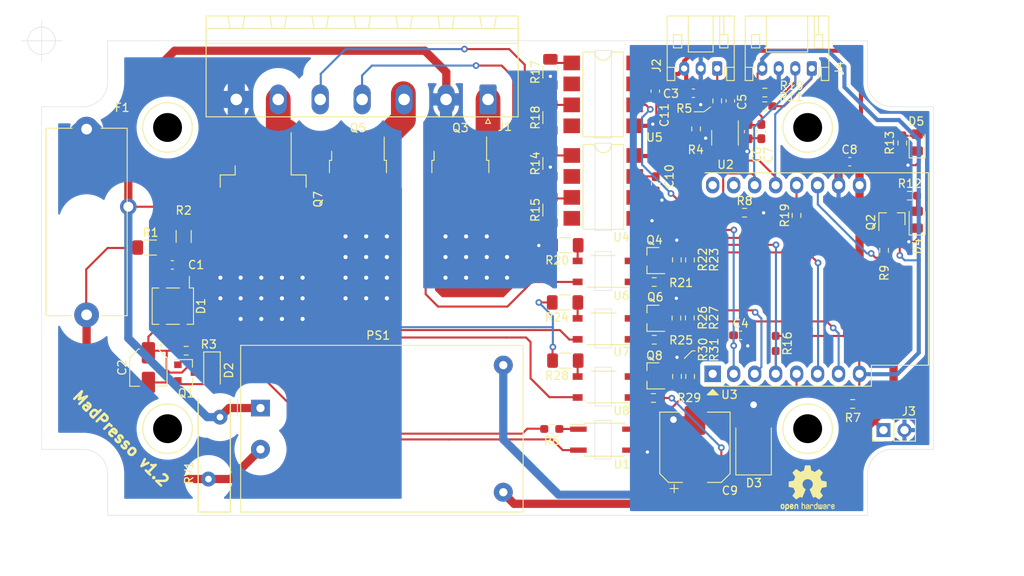
<source format=kicad_pcb>
(kicad_pcb (version 20201116) (generator pcbnew)
  (title_block (title "MadPresso") (date "2020-12-05") (rev "1.2"))
  (layers (0 "F.Cu" signal) (31 "B.Cu" signal) (34 "B.Paste" user) (35 "F.Paste" user) (36 "B.SilkS" user "B.Silkscreen") (37 "F.SilkS" user "F.Silkscreen") (38 "B.Mask" user) (39 "F.Mask" user) (44 "Edge.Cuts" user))
  (net 0 "")
  (net 1 "GND")
  (net 2 "VCC")
  (net 3 "Net-(R8-Pad1)")
  (net 4 "Net-(R6-Pad1)")
  (net 5 "Net-(R29-Pad1)")
  (net 6 "Net-(Q5-Pad3)")
  (net 7 "Net-(R28-Pad1)")
  (net 8 "+5V")
  (net 9 "Net-(R21-Pad1)")
  (net 10 "Net-(R20-Pad1)")
  (net 11 "Net-(R18-Pad2)")
  (net 12 "Net-(R17-Pad2)")
  (net 13 "Net-(R15-Pad2)")
  (net 14 "Net-(R14-Pad2)")
  (net 15 "Net-(Q8-Pad3)")
  (net 16 "Net-(Q8-Pad1)")
  (net 17 "Net-(Q7-Pad3)")
  (net 18 "Net-(Q4-Pad3)")
  (net 19 "Net-(Q4-Pad1)")
  (net 20 "Net-(Q3-Pad3)")
  (net 21 "Net-(Q2-Pad3)")
  (net 22 "Net-(Q2-Pad1)")
  (net 23 "Net-(Q1-Pad3)")
  (net 24 "Net-(Q6-Pad3)")
  (net 25 "Net-(D5-Pad2)")
  (net 26 "Net-(D4-Pad2)")
  (net 27 "Net-(R24-Pad1)")
  (net 28 "Net-(D1-Pad4)")
  (net 29 "Net-(C5-Pad1)")
  (net 30 "Net-(C2-Pad2)")
  (net 31 "Net-(C2-Pad1)")
  (net 32 "Net-(C11-Pad1)")
  (net 33 "Net-(C10-Pad1)")
  (net 34 "Net-(C1-Pad2)")
  (net 35 "Net-(C1-Pad1)")
  (net 36 "NEUT")
  (net 37 "LINE")
  (net 38 "/ZC_DETECT")
  (net 39 "/VALVE_TRIAC")
  (net 40 "/VALVE")
  (net 41 "/TEMP_SENSOR")
  (net 42 "/STEAM_SW")
  (net 43 "/STEAM_SENSOR")
  (net 44 "Net-(Q6-Pad1)")
  (net 45 "/SHOT_SW")
  (net 46 "/SHOT_SENSOR")
  (net 47 "/SDA")
  (net 48 "/SCL")
  (net 49 "/PUMP_TRIAC")
  (net 50 "/PUMP")
  (net 51 "Net-(R25-Pad1)")
  (net 52 "/LINE_FUSED")
  (net 53 "/LED")
  (net 54 "/HEATER_TRIAC")
  (net 55 "/HEATER")
  (net 56 "/ADC")
  (footprint "Package_TO_SOT_SMD:TO-263-2" (layer "F.Cu") (at 26.825 19.2 -90)
    (fp_text reference "Q7")
    (fp_text value "T835-600B")
  )
  (footprint "Package_TO_SOT_SMD:TO-252-2" (layer "F.Cu") (at 50.7 16.95 -90)
    (fp_text reference "Q3")
    (fp_text value "T835-600B")
  )
  (footprint "Resistor_SMD:R_0603_1608Metric_Pad0.98x0.95mm_HandSolder" (layer "F.Cu") (at 76.93 40.67 90)
    (fp_text reference "R30")
    (fp_text value "10k")
  )
  (footprint "Resistor_SMD:R_0603_1608Metric_Pad0.98x0.95mm_HandSolder" (layer "F.Cu") (at 78.52 40.67 -90)
    (fp_text reference "R31")
    (fp_text value "1k")
  )
  (footprint "Resistor_SMD:R_0603_1608Metric_Pad0.98x0.95mm_HandSolder" (layer "F.Cu") (at 76.91 26.54 90)
    (fp_text reference "R22")
    (fp_text value "10k")
  )
  (footprint "Resistor_SMD:R_1206_3216Metric_Pad1.30x1.75mm_HandSolder" (layer "F.Cu") (at 63.4125 24.77 180)
    (fp_text reference "R20")
    (fp_text value "360R/0.5W")
  )
  (footprint "Package_TO_SOT_SMD:SOT-23" (layer "F.Cu") (at 74.05 26.63 180)
    (fp_text reference "Q4")
    (fp_text value "2N7002")
  )
  (footprint "Package_SO:MFSOP6-4_4.4x3.6mm_P1.27mm" (layer "F.Cu") (at 68.05 27.94 180)
    (fp_text reference "U6")
    (fp_text value "TLP160G")
  )
  (footprint "Resistor_SMD:R_0603_1608Metric_Pad0.98x0.95mm_HandSolder" (layer "F.Cu") (at 78.5 26.55 -90)
    (fp_text reference "R23")
    (fp_text value "1k")
  )
  (footprint "Package_SO:MFSOP6-4_4.4x3.6mm_P1.27mm" (layer "F.Cu") (at 68.05 41.95 180)
    (fp_text reference "U8")
    (fp_text value "TLP160G")
  )
  (footprint "Resistor_SMD:R_1206_3216Metric_Pad1.30x1.75mm_HandSolder" (layer "F.Cu") (at 63.4125 38.75 180)
    (fp_text reference "R28")
    (fp_text value "360R/0.5W")
  )
  (footprint "Resistor_SMD:R_0603_1608Metric_Pad0.98x0.95mm_HandSolder" (layer "F.Cu") (at 74.07 43.28)
    (fp_text reference "R29")
    (fp_text value "360R")
  )
  (footprint "Resistor_SMD:R_0603_1608Metric_Pad0.98x0.95mm_HandSolder" (layer "F.Cu") (at 74.175 29.23)
    (fp_text reference "R21")
    (fp_text value "360R")
  )
  (footprint "Package_TO_SOT_SMD:SOT-23" (layer "F.Cu") (at 74.05 40.6 180)
    (fp_text reference "Q8")
    (fp_text value "2N7002")
  )
  (footprint "Diode_SMD:D_SMB" (layer "F.Cu") (at 86.2 49.05 90)
    (fp_text reference "D3")
    (fp_text value "SMBJ7.0A")
  )
  (footprint "Package_TO_SOT_SMD:SOT-23" (layer "F.Cu") (at 74.05 33.62 180)
    (fp_text reference "Q6")
    (fp_text value "2N7002")
  )
  (footprint "Package_SO:MFSOP6-4_4.4x3.6mm_P1.27mm" (layer "F.Cu") (at 68.05 34.9 180)
    (fp_text reference "U7")
    (fp_text value "TLP160G")
  )
  (footprint "Resistor_SMD:R_0603_1608Metric_Pad0.98x0.95mm_HandSolder" (layer "F.Cu") (at 76.86 33.59 90)
    (fp_text reference "R26")
    (fp_text value "10k")
  )
  (footprint "Resistor_SMD:R_1206_3216Metric_Pad1.30x1.75mm_HandSolder" (layer "F.Cu") (at 63.375002 31.7 180)
    (fp_text reference "R24")
    (fp_text value "360R/0.5W")
  )
  (footprint "Resistor_SMD:R_0603_1608Metric_Pad0.98x0.95mm_HandSolder" (layer "F.Cu") (at 78.48 33.575 -90)
    (fp_text reference "R27")
    (fp_text value "1k")
  )
  (footprint "Resistor_SMD:R_0603_1608Metric_Pad0.98x0.95mm_HandSolder" (layer "F.Cu") (at 74.175 36.22)
    (fp_text reference "R25")
    (fp_text value "360R")
  )
  (footprint "Connector_Phoenix_MSTB:PhoenixContact_MSTBA_2,5_7-G-5,08_1x07_P5.08mm_Horizontal" (layer "F.Cu") (at 54.05 7.1 180)
    (fp_text reference "J1")
    (fp_text value "Conn_01x07")
  )
  (footprint "Capacitor_SMD:C_0603_1608Metric_Pad1.08x0.95mm_HandSolder" (layer "F.Cu") (at 15.83 27.15)
    (fp_text reference "C1")
    (fp_text value "1nF")
  )
  (footprint "Resistor_SMD:R_0603_1608Metric_Pad0.98x0.95mm_HandSolder" (layer "F.Cu") (at 98.2 44)
    (fp_text reference "R7")
    (fp_text value "4k7")
  )
  (footprint "Diode_SMD:D_SOD-123" (layer "F.Cu") (at 20.63 39.95 -90)
    (fp_text reference "D2")
    (fp_text value "1N4148W")
  )
  (footprint "Package_TO_SOT_SMD:SOT-23" (layer "F.Cu") (at 17.5 40.2)
    (fp_text reference "Q1")
    (fp_text value "BC847")
  )
  (footprint "Resistor_SMD:R_1206_3216Metric_Pad1.30x1.75mm_HandSolder" (layer "F.Cu") (at 17.2 23.71 -90)
    (fp_text reference "R2")
    (fp_text value "220k")
  )
  (footprint "Resistor_SMD:R_1206_3216Metric_Pad1.30x1.75mm_HandSolder" (layer "F.Cu") (at 13.19 25.05)
    (fp_text reference "R1")
    (fp_text value "220k")
  )
  (footprint "Package_SO:SO-4_4.4x3.6mm_P2.54mm" (layer "F.Cu") (at 68.145 48.33)
    (fp_text reference "U1")
    (fp_text value "LTV-356T")
  )
  (footprint "Varistor:RV_Disc_D15.5mm_W3.9mm_P7.5mm" (layer "F.Cu") (at 21.6 45.6 -90)
    (fp_text reference "RV1")
    (fp_text value "S14K350")
  )
  (footprint "Resistor_SMD:R_0603_1608Metric_Pad0.98x0.95mm_HandSolder" (layer "F.Cu") (at 17.505 37.55 180)
    (fp_text reference "R3")
    (fp_text value "22k")
  )
  (footprint "Capacitor_SMD:CP_Elec_8x10" (layer "F.Cu") (at 79.1 49.25 90)
    (fp_text reference "C9")
    (fp_text value "150uF")
  )
  (footprint "Package_TO_SOT_SMD:TO-252-2" (layer "F.Cu") (at 38.3 16.95 -90)
    (fp_text reference "Q5")
    (fp_text value "T835-600B")
  )
  (footprint "Capacitor_SMD:CP_Elec_4x5.8" (layer "F.Cu") (at 12.929999 39.6 -90)
    (fp_text reference "C2")
    (fp_text value "10uF")
  )
  (footprint "Resistor_SMD:R_0603_1608Metric_Pad0.98x0.95mm_HandSolder" (layer "F.Cu") (at 61.77 47.03 180)
    (fp_text reference "R6")
    (fp_text value "1k")
  )
  (footprint "Fiducial:Fiducial_0.5mm_Mask1mm" (layer "F.Cu") (at 10.5 2.4)
    (fp_text reference "FID1" hide)
    (fp_text value "Fiducial" hide)
  )
  (footprint "Fiducial:Fiducial_0.5mm_Mask1mm" (layer "F.Cu") (at 10.5 55)
    (fp_text reference "FID2" hide)
    (fp_text value "Fiducial" hide)
  )
  (footprint "Resistor_SMD:R_0603_1608Metric_Pad0.98x0.95mm_HandSolder" (layer "F.Cu") (at 91.4 21.1575 90)
    (fp_text reference "R19")
    (fp_text value "330")
  )
  (footprint "Resistor_SMD:R_1206_3216Metric_Pad1.30x1.75mm_HandSolder" (layer "F.Cu") (at 61.6 9.3 90)
    (fp_text reference "R18")
    (fp_text value "33k/0.5W")
  )
  (footprint "Capacitor_SMD:C_0603_1608Metric_Pad1.08x0.95mm_HandSolder" (layer "F.Cu") (at 83.39 7.275 -90)
    (fp_text reference "C5")
    (fp_text value "100nF")
  )
  (footprint "Connector_JST:JST_PH_S4B-PH-K_1x04_P2.00mm_Horizontal" (layer "F.Cu") (at 93.25 3.35 180)
    (fp_text reference "J4")
    (fp_text value "Conn_01x04")
  )
  (footprint "Capacitor_SMD:C_0603_1608Metric_Pad1.08x0.95mm_HandSolder" (layer "F.Cu") (at 84.64 35.68)
    (fp_text reference "C4")
    (fp_text value "DNP")
  )
  (footprint "LED_SMD:LED_0805_2012Metric_Pad1.15x1.40mm_HandSolder" (layer "F.Cu") (at 106 21.675 90)
    (fp_text reference "D4")
    (fp_text value "LED")
  )
  (footprint "Converter_ACDC:Converter_ACDC_HiLink_HLK-PMxx" (layer "F.Cu") (at 26.5 44.5)
    (fp_text reference "PS1")
    (fp_text value "HLK-PM01")
  )
  (footprint "Connector_PinHeader_2.54mm:PinHeader_1x02_P2.54mm_Vertical" (layer "F.Cu") (at 101.93 47.17 90)
    (fp_text reference "J3")
    (fp_text value "Conn_01x02")
  )
  (footprint "Connector_JST:JST_PH_S3B-PH-K_1x03_P2.00mm_Horizontal" (layer "F.Cu") (at 81.8 3.35 180)
    (fp_text reference "J2")
    (fp_text value "Conn_01x03")
  )
  (footprint "Resistor_SMD:R_0603_1608Metric_Pad0.98x0.95mm_HandSolder" (layer "F.Cu") (at 102 25.3875 90)
    (fp_text reference "R9")
    (fp_text value "1k")
  )
  (footprint "Resistor_SMD:R_0603_1608Metric_Pad0.98x0.95mm_HandSolder" (layer "F.Cu") (at 85.11 20.83)
    (fp_text reference "R8")
    (fp_text value "DNP")
  )
  (footprint "Resistor_SMD:R_0603_1608Metric_Pad0.98x0.95mm_HandSolder" (layer "F.Cu") (at 81.8 7.275 90)
    (fp_text reference "R5")
    (fp_text value "22R")
  )
  (footprint "MadPresso:Hammond 1591XXB" (layer "F.Cu") (at 0 0)
    (fp_text reference "Case" hide)
    (fp_text value "Hammond 1591XXB")
    (fp_line (start 99.999874 57.495164) (end 99.999874 52.495164) (layer "Edge.Cuts") (width 0.05))
    (fp_line (start 107.999874 7.995164) (end 107.999874 49.495164) (layer "Edge.Cuts") (width 0.05))
    (fp_line (start 7.999874 57.495164) (end 99.999874 57.495164) (layer "Edge.Cuts") (width 0.05))
    (fp_line (start 7.999874 -0.004836) (end 99.999874 -0.004836) (layer "Edge.Cuts") (width 0.05))
    (fp_line (start 7.999874 57.495164) (end 7.999874 52.495164) (layer "Edge.Cuts") (width 0.05))
    (fp_line (start 4.999874 49.495164) (end -0.000126 49.495164) (layer "Edge.Cuts") (width 0.05))
    (fp_line (start 99.999874 4.995164) (end 99.999874 -0.004836) (layer "Edge.Cuts") (width 0.05))
    (fp_line (start -0.000126 7.995164) (end 4.999874 7.995164) (layer "Edge.Cuts") (width 0.05))
    (fp_line (start 107.999874 7.995164) (end 102.999874 7.995164) (layer "Edge.Cuts") (width 0.05))
    (fp_line (start -0.000126 7.995164) (end -0.000126 49.495164) (layer "Edge.Cuts") (width 0.05))
    (fp_line (start 7.999874 -0.004836) (end 7.999874 4.995164) (layer "Edge.Cuts") (width 0.05))
    (fp_line (start 102.999874 49.495164) (end 107.999874 49.495164) (layer "Edge.Cuts") (width 0.05))
    (fp_arc (start 4.999874 4.995164) (end 4.999874 7.995164) (angle -90) (layer "Edge.Cuts") (width 0.05))
    (fp_arc (start 102.999874 4.995164) (end 99.999874 4.995164) (angle -90) (layer "Edge.Cuts") (width 0.05))
    (fp_arc (start 4.999874 52.495164) (end 7.999874 52.495164) (angle -90) (layer "Edge.Cuts") (width 0.05))
    (fp_arc (start 102.999874 52.495164) (end 102.999874 49.495164) (angle -90) (layer "Edge.Cuts") (width 0.05))
  )
  (footprint "Package_TO_SOT_SMD:SOT-23-6_Handsoldering" (layer "F.Cu") (at 82.74 11.75 -90)
    (fp_text reference "U2")
    (fp_text value "ADC101C021CIMK")
  )
  (footprint "Resistor_SMD:R_0603_1608Metric_Pad0.98x0.95mm_HandSolder" (layer "F.Cu") (at 105.074999 18.762501 180)
    (fp_text reference "R12")
    (fp_text value "220")
  )
  (footprint "Module:WEMOS_D1_mini_light" (layer "F.Cu") (at 81.25 40.35 90)
    (fp_text reference "U3")
    (fp_text value "WeMos_D1_mini")
  )
  (footprint "Resistor_SMD:R_1206_3216Metric_Pad1.30x1.75mm_HandSolder" (layer "F.Cu") (at 61.6 3.7875 90)
    (fp_text reference "R17")
    (fp_text value "22k/0.5W")
  )
  (footprint "Package_DIP:SMDIP-8_W7.62mm" (layer "F.Cu") (at 68 17.7)
    (fp_text reference "U4")
    (fp_text value "MID400")
  )
  (footprint "Fuse:Fuseholder_Cylinder-5x20mm_Schurter_0031_8201_Horizontal_Open" (layer "F.Cu") (at 5.45 10.7 -90)
    (fp_text reference "F1")
    (fp_text value "0.2A/250V")
  )
  (footprint "Resistor_SMD:R_0603_1608Metric_Pad0.98x0.95mm_HandSolder" (layer "F.Cu") (at 88.87 36.6725 -90)
    (fp_text reference "R16")
    (fp_text value "330")
  )
  (footprint "Package_TO_SOT_SMD:SOT-23" (layer "F.Cu") (at 102.95 21.6 90)
    (fp_text reference "Q2")
    (fp_text value "BSS84")
  )
  (footprint "Fiducial:Fiducial_0.5mm_Mask1mm" (layer "F.Cu") (at 97.3 55)
    (fp_text reference "FID3" hide)
    (fp_text value "Fiducial" hide)
  )
  (footprint "Symbol:OSHW-Logo2_7.3x6mm_SilkScreen" (layer "F.Cu") (at 92.75 54.2)
    (fp_text reference "REF**" hide)
    (fp_text value "OSHW-Logo2_7.3x6mm_SilkScreen" hide)
  )
  (footprint "Capacitor_SMD:C_0603_1608Metric_Pad1.08x0.95mm_HandSolder" (layer "F.Cu") (at 74.35 17.325 -90)
    (fp_text reference "C10")
    (fp_text value "1nF")
  )
  (footprint "Capacitor_SMD:C_0603_1608Metric_Pad1.08x0.95mm_HandSolder" (layer "F.Cu") (at 85.6 11 -90)
    (fp_text reference "C6")
    (fp_text value "100nF")
  )
  (footprint "Resistor_SMD:R_0603_1608Metric_Pad0.98x0.95mm_HandSolder" (layer "F.Cu") (at 104.21 12.375 -90)
    (fp_text reference "R13")
    (fp_text value "330")
  )
  (footprint "Package_DIP:SMDIP-8_W7.62mm" (layer "F.Cu") (at 67.99 6.49)
    (fp_text reference "U5")
    (fp_text value "MID400")
  )
  (footprint "Resistor_SMD:R_0603_1608Metric_Pad0.98x0.95mm_HandSolder" (layer "F.Cu") (at 87.565 6.27 180)
    (fp_text reference "R10")
    (fp_text value "3k3")
  )
  (footprint "Capacitor_SMD:C_0603_1608Metric_Pad1.08x0.95mm_HandSolder" (layer "F.Cu") (at 74.3 6.1 -90)
    (fp_text reference "C11")
    (fp_text value "1nF")
  )
  (footprint "Resistor_SMD:R_1206_3216Metric_Pad1.30x1.75mm_HandSolder" (layer "F.Cu") (at 61.6 20.5 90)
    (fp_text reference "R15")
    (fp_text value "33k/0.5W")
  )
  (footprint "Capacitor_SMD:C_0603_1608Metric_Pad1.08x0.95mm_HandSolder" (layer "F.Cu") (at 78.915 6.35)
    (fp_text reference "C3")
    (fp_text value "100nF")
  )
  (footprint "Capacitor_SMD:C_0603_1608Metric_Pad1.08x0.95mm_HandSolder" (layer "F.Cu") (at 97.85 14.65 180)
    (fp_text reference "C8")
    (fp_text value "1uF")
  )
  (footprint "Resistor_SMD:R_0603_1608Metric_Pad0.98x0.95mm_HandSolder" (layer "F.Cu") (at 79.24 10.6725 -90)
    (fp_text reference "R4")
    (fp_text value "DNP")
  )
  (footprint "Package_TO_SOT_SMD:TO-269AA" (layer "F.Cu") (at 15.89 32.15 -90)
    (fp_text reference "D1")
    (fp_text value "MB6S")
  )
  (footprint "LED_SMD:LED_0805_2012Metric_Pad1.15x1.40mm_HandSolder" (layer "F.Cu") (at 106 12.33 90)
    (fp_text reference "D5")
    (fp_text value "LED")
  )
  (footprint "Capacitor_SMD:C_0603_1608Metric_Pad1.08x0.95mm_HandSolder" (layer "F.Cu") (at 87.1375 10.9925 -90)
    (fp_text reference "C7")
    (fp_text value "4.7uF")
  )
  (footprint "Resistor_SMD:R_0603_1608Metric_Pad0.98x0.95mm_HandSolder" (layer "F.Cu") (at 87.560001 7.917499 180)
    (fp_text reference "R11")
    (fp_text value "3k3")
  )
  (footprint "Resistor_SMD:R_1206_3216Metric_Pad1.30x1.75mm_HandSolder" (layer "F.Cu") (at 61.6 14.85 90)
    (fp_text reference "R14")
    (fp_text value "22k/0.5W")
  )
  (gr_line (start 80.2 8.6) (end 81 8) (layer "F.SilkS") (width 0.12))
  (gr_line (start 78.74 37.57) (end 79.12 37.57) (layer "F.SilkS") (width 0.12))
  (gr_line (start 77.82 38.49) (end 78.74 37.57) (layer "F.SilkS") (width 0.12))
  (gr_line (start 79 8.6) (end 80.2 8.6) (layer "F.SilkS") (width 0.12))
  (gr_line (start 69 44.25) (end 67 44.25) (layer "Edge.Cuts") (width 0.05))
  (gr_line (start 67 44.25) (end 67 39.55) (layer "Edge.Cuts") (width 0.05))
  (gr_line (start 67 39.55) (end 69 39.55) (layer "Edge.Cuts") (width 0.05))
  (gr_line (start 69 39.55) (end 69 44.25) (layer "Edge.Cuts") (width 0.05))
  (gr_line (start 67 37.2) (end 67 32.5) (layer "Edge.Cuts") (width 0.05))
  (gr_line (start 69 32.5) (end 69 37.2) (layer "Edge.Cuts") (width 0.05))
  (gr_line (start 69 37.2) (end 67 37.2) (layer "Edge.Cuts") (width 0.05))
  (gr_line (start 67 32.5) (end 69 32.5) (layer "Edge.Cuts") (width 0.05))
  (gr_line (start 67 1.2) (end 69 1.2) (layer "Edge.Cuts") (width 0.05))
  (gr_line (start 67 11.8) (end 67 1.2) (layer "Edge.Cuts") (width 0.05))
  (gr_line (start 69 11.8) (end 67 11.8) (layer "Edge.Cuts") (width 0.05))
  (gr_line (start 69 1.2) (end 69 11.8) (layer "Edge.Cuts") (width 0.05))
  (gr_line (start 67 12.4) (end 69 12.4) (layer "Edge.Cuts") (width 0.05))
  (gr_line (start 68.97 45.98) (end 68.97 50.68) (layer "Edge.Cuts") (width 0.05))
  (gr_line (start 69 30.25) (end 67 30.25) (layer "Edge.Cuts") (width 0.05))
  (gr_line (start 66.97 45.98) (end 68.97 45.98) (layer "Edge.Cuts") (width 0.05))
  (gr_line (start 66.97 50.68) (end 66.97 45.98) (layer "Edge.Cuts") (width 0.05))
  (gr_line (start 68.97 50.68) (end 66.97 50.68) (layer "Edge.Cuts") (width 0.05))
  (gr_line (start 69 23) (end 67 23) (layer "Edge.Cuts") (width 0.05))
  (gr_line (start 67 23) (end 67 12.4) (layer "Edge.Cuts") (width 0.05))
  (gr_line (start 67 30.25) (end 67 25.55) (layer "Edge.Cuts") (width 0.05))
  (gr_line (start 69 25.55) (end 69 30.25) (layer "Edge.Cuts") (width 0.05))
  (gr_line (start 67 25.55) (end 69 25.55) (layer "Edge.Cuts") (width 0.05))
  (gr_line (start 69 12.4) (end 69 23) (layer "Edge.Cuts") (width 0.05))
  (gr_text "MadPresso v1.2" (at 9.6 48.2 315) (layer "F.SilkS") (effects (font (size 1.3 1.3) (thickness 0.3))))
  (target plus (at 0 0) (size 5) (width 0.05) (layer "Edge.Cuts"))
  (segment (start 106.19 23.83) (end 105.67 24.35) (width 0.25) (layer "F.Cu") (net 1))
  (segment (start 86.2 46.9) (end 83.5 46.9) (width 1) (layer "F.Cu") (net 1))
  (segment (start 106.31 13.375) (end 106.31 14.57) (width 0.25) (layer "F.Cu") (net 1))
  (segment (start 82.8 11.074634) (end 82.8 11.8) (width 0.25) (layer "F.Cu") (net 1))
  (segment (start 74.3 6.9625) (end 74.425002 7.087502) (width 0.25) (layer "F.Cu") (net 1))
  (segment (start 76.93 39.83) (end 77 39.9) (width 0.25) (layer "F.Cu") (net 1))
  (segment (start 86.0225 20.83) (end 87.41 20.83) (width 0.25) (layer "F.Cu") (net 1))
  (segment (start 106.31 14.57) (end 105.81 15.07) (width 0.25) (layer "F.Cu") (net 1))
  (segment (start 96.49 17.49) (end 96.49 15.16) (width 1) (layer "F.Cu") (net 1))
  (segment (start 82.74 10.4) (end 82.74 8.86) (width 0.25) (layer "F.Cu") (net 1))
  (segment (start 105.81 15.07) (end 104.9 15.07) (width 0.25) (layer "F.Cu") (net 1))
  (segment (start 106.19 22.7) (end 106.19 23.83) (width 0.25) (layer "F.Cu") (net 1))
  (segment (start 85.5025 36.9575) (end 85.5 36.96) (width 0.25) (layer "F.Cu") (net 1))
  (segment (start 76.91 24.16) (end 76.9 24.15) (width 0.25) (layer "F.Cu") (net 1))
  (segment (start 83.38 8.15) (end 83.42 8.11) (width 0.25) (layer "F.Cu") (net 1))
  (segment (start 76.91 25.665) (end 76.91 24.16) (width 0.25) (layer "F.Cu") (net 1))
  (segment (start 85.54 11.76) (end 85.65 11.65) (width 0.25) (layer "F.Cu") (net 1))
  (segment (start 76.86 32.715) (end 76.86 31.16) (width 0.25) (layer "F.Cu") (net 1))
  (segment (start 75.05 39.65) (end 75.1 39.7) (width 0.25) (layer "F.Cu") (net 1))
  (segment (start 86.2 46.9) (end 86.2 45.1) (width 1) (layer "F.Cu") (net 1))
  (segment (start 74.425002 7.087502) (end 74.425002 9.674998) (width 0.25) (layer "F.Cu") (net 1))
  (segment (start 85.4 13.4) (end 85.4 12) (width 0.25) (layer "F.Cu") (net 1))
  (segment (start 82.74 8.86) (end 83.4 8.2) (width 0.25) (layer "F.Cu") (net 1))
  (segment (start 82.8 11.8) (end 87.2 11.8) (width 0.25) (layer "F.Cu") (net 1))
  (segment (start 76.895 25.68) (end 76.91 25.665) (width 0.5) (layer "F.Cu") (net 1))
  (segment (start 82.74 10.4) (end 82.8 10.46) (width 0.25) (layer "F.Cu") (net 1))
  (segment (start 74.69 18.91) (end 74.71 18.91) (width 0.25) (layer "F.Cu") (net 1))
  (segment (start 79.79 7.72) (end 79.8 7.73) (width 0.25) (layer "F.Cu") (net 1))
  (segment (start 71.295 49.6) (end 73.115 49.6) (width 0.25) (layer "F.Cu") (net 1))
  (segment (start 79.79 6.35) (end 79.79 7.72) (width 0.25) (layer "F.Cu") (net 1))
  (segment (start 89.25 3.35) (end 88.8 3.8) (width 0.25) (layer "F.Cu") (net 1))
  (segment (start 71.81 21.51) (end 73.61 21.51) (width 0.25) (layer "F.Cu") (net 1))
  (segment (start 80.4 11.8) (end 82.8 11.8) (width 0.25) (layer "F.Cu") (net 1))
  (segment (start 76.815 32.67) (end 76.86 32.715) (width 0.5) (layer "F.Cu") (net 1))
  (segment (start 87.41 20.83) (end 87.42 20.84) (width 0.25) (layer "F.Cu") (net 1))
  (segment (start 86.2 44.1) (end 86.2 45.1) (width 1) (layer "F.Cu") (net 1))
  (segment (start 87.45 11.67) (end 87.42 11.7) (width 0.25) (layer "F.Cu") (net 1))
  (segment (start 73.61 21.51) (end 73.9 21.8) (width 0.25) (layer "F.Cu") (net 1))
  (segment (start 75.05 25.68) (end 76.895 25.68) (width 0.5) (layer "F.Cu") (net 1))
  (segment (start 76.75 39.65) (end 76.93 39.47) (width 0.5) (layer "F.Cu") (net 1))
  (segment (start 105.67 24.35) (end 105 24.35) (width 0.25) (layer "F.Cu") (net 1))
  (segment (start 74.35 18.2) (end 74.35 18.57) (width 0.25) (layer "F.Cu") (net 1))
  (segment (start 74.425002 9.674998) (end 74 10.1) (width 0.25) (layer "F.Cu") (net 1))
  (segment (start 85.5025 35.68) (end 85.5025 36.9575) (width 0.25) (layer "F.Cu") (net 1))
  (segment (start 75.1 39.7) (end 76.8 39.7) (width 0.25) (layer "F.Cu") (net 1))
  (segment (start 71.8 10.3) (end 73.8 10.3) (width 0.5) (layer "F.Cu") (net 1))
  (segment (start 75.05 32.67) (end 76.815 32.67) (width 0.5) (layer "F.Cu") (net 1))
  (segment (start 74.35 18.57) (end 74.69 18.91) (width 0.25) (layer "F.Cu") (net 1))
  (segment (start 85.4 12) (end 85.6 11.8) (width 0.25) (layer "F.Cu") (net 1))
  (segment (start 73.8 10.3) (end 74 10.1) (width 0.5) (layer "F.Cu") (net 1))
  (segment (start 74.71 18.91) (end 75.1 19.3) (width 0.25) (layer "F.Cu") (net 1))
  (segment (start 82.475 45.875) (end 79.025 45.875) (width 1) (layer "F.Cu") (net 1))
  (segment (start 79.1 46) (end 76.6 46) (width 1) (layer "F.Cu") (net 1))
  (segment (start 76.86 31.16) (end 76.85 31.15) (width 0.5) (layer "F.Cu") (net 1))
  (segment (start 73.115 49.6) (end 73.345 49.83) (width 0.25) (layer "F.Cu") (net 1))
  (segment (start 79.8 3.35) (end 79.8 6.4) (width 0.5) (layer "F.Cu") (net 1))
  (segment (start 96.49 15.16) (end 96.95 14.7) (width 1) (layer "F.Cu") (net 1))
  (segment (start 83.5 46.9) (end 82.475 45.875) (width 1) (layer "F.Cu") (net 1))
  (segment (start 76.93 38.35) (end 76.93 39.83) (width 0.25) (layer "F.Cu") (net 1))
  (segment (start 76.6 46) (end 76.5 45.9) (width 1) (layer "F.Cu") (net 1))
  (segment (start 82.8 10.46) (end 82.8 11.074634) (width 0.25) (layer "F.Cu") (net 1))
  (via (at 85.5 36.96) (size 0.8) (drill 0.4) (layers "F.Cu" "B.Cu") (net 1))
  (via (at 75.1 19.3) (size 0.8) (drill 0.4) (layers "F.Cu" "B.Cu") (net 1))
  (via (at 76.9 24.15) (size 0.8) (drill 0.4) (layers "F.Cu" "B.Cu") (net 1))
  (via (at 73.9 21.8) (size 0.8) (drill 0.4) (layers "F.Cu" "B.Cu") (net 1))
  (via (at 86.2 44.1) (size 1.2) (drill 0.8) (layers "F.Cu" "B.Cu") (net 1))
  (via (at 105 24.35) (size 0.8) (drill 0.4) (layers "F.Cu" "B.Cu") (net 1))
  (via (at 85.4 13.4) (size 0.8) (drill 0.4) (layers "F.Cu" "B.Cu") (net 1))
  (via (at 76.85 31.2) (size 0.8) (drill 0.4) (layers "F.Cu" "B.Cu") (net 1))
  (via (at 74 10.1) (size 0.8) (drill 0.4) (layers "F.Cu" "B.Cu") (net 1))
  (via (at 76.93 38.35) (size 0.8) (drill 0.4) (layers "F.Cu" "B.Cu") (net 1))
  (via (at 76.5 45.9) (size 1.2) (drill 0.8) (layers "F.Cu" "B.Cu") (net 1))
  (via (at 87.42 20.84) (size 0.8) (drill 0.4) (layers "F.Cu" "B.Cu") (net 1))
  (via (at 73.345 49.83) (size 0.8) (drill 0.4) (layers "F.Cu" "B.Cu") (net 1))
  (via (at 80.4 11.8) (size 0.8) (drill 0.4) (layers "F.Cu" "B.Cu") (net 1))
  (via (at 104.9 15.07) (size 0.8) (drill 0.4) (layers "F.Cu" "B.Cu") (net 1))
  (via (at 79.8 7.73) (size 0.8) (drill 0.4) (layers "F.Cu" "B.Cu") (net 1))
  (segment (start 62.6 55) (end 72.8 55) (width 1) (layer "B.Cu") (net 1))
  (segment (start 62.6 55) (end 55.9 48.3) (width 1) (layer "B.Cu") (net 1))
  (segment (start 55.9 48.3) (end 55.9 39.3) (width 1) (layer "B.Cu") (net 1))
  (segment (start 97.16 35.76) (end 98.16 35.76) (width 0.25) (layer "F.Cu") (net 2))
  (segment (start 86.685001 7.917499) (end 86.685001 6.334999) (width 0.25) (layer "F.Cu") (net 2))
  (segment (start 86.647501 7.917499) (end 86.647501 8.647501) (width 0.25) (layer "F.Cu") (net 2))
  (segment (start 103.9 26) (end 103.9 22.6) (width 0.25) (layer "F.Cu") (net 2))
  (segment (start 99 36.6) (end 99 43) (width 0.25) (layer "F.Cu") (net 2))
  (segment (start 98.16 35.76) (end 99 36.6) (width 0.25) (layer "F.Cu") (net 2))
  (segment (start 88.87 35.76) (end 97.16 35.76) (width 0.25) (layer "F.Cu") (net 2))
  (segment (start 97.16 25.43) (end 97.16 35.76) (width 0.25) (layer "F.Cu") (net 2))
  (segment (start 99 43.8) (end 99.2 44) (width 0.25) (layer "F.Cu") (net 2))
  (segment (start 86.685001 6.334999) (end 86.685001 3.944999) (width 0.25) (layer "F.Cu") (net 2))
  (segment (start 86.647501 8.647501) (end 87.2 9.2) (width 0.25) (layer "F.Cu") (net 2))
  (segment (start 87.2 9.2) (end 87.2 10.2) (width 0.25) (layer "F.Cu") (net 2))
  (segment (start 99 43) (end 99 43.8) (width 0.25) (layer "F.Cu") (net 2))
  (segment (start 93.8 22.07) (end 97.16 25.43) (width 0.25) (layer "F.Cu") (net 2))
  (segment (start 86.685001 3.944999) (end 87.28 3.35) (width 0.25) (layer "F.Cu") (net 2))
  (segment (start 83.69 10.4) (end 83.89 10.2) (width 0.25) (layer "F.Cu") (net 2))
  (segment (start 83.89 10.2) (end 87.2 10.2) (width 0.25) (layer "F.Cu") (net 2))
  (segment (start 91.4 22.07) (end 93.8 22.07) (width 0.25) (layer "F.Cu") (net 2))
  (via (at 103.9 26) (size 0.8) (drill 0.4) (layers "F.Cu" "B.Cu") (net 2))
  (segment (start 95.26 1.23) (end 88.23 1.23) (width 0.5) (layer "B.Cu") (net 2))
  (segment (start 106.2 12) (end 106.2 17.48) (width 0.5) (layer "B.Cu") (net 2))
  (segment (start 106.2 26.6) (end 106.2 37.8) (width 0.5) (layer "B.Cu") (net 2))
  (segment (start 106.2 17.48) (end 106.2 26.6) (width 0.5) (layer "B.Cu") (net 2))
  (segment (start 101.2 9.6) (end 103.8 9.6) (width 0.5) (layer "B.Cu") (net 2))
  (segment (start 97.2 5.6) (end 101.2 9.6) (width 0.5) (layer "B.Cu") (net 2))
  (segment (start 104.5 26.6) (end 103.9 26) (width 0.25) (layer "B.Cu") (net 2))
  (segment (start 106.2 26.6) (end 104.5 26.6) (width 0.25) (layer "B.Cu") (net 2))
  (segment (start 97.2 5.6) (end 97.2 3.17) (width 0.5) (layer "B.Cu") (net 2))
  (segment (start 106.2 37.8) (end 103.6 40.4) (width 0.5) (layer "B.Cu") (net 2))
  (segment (start 103.6 40.4) (end 99.2 40.4) (width 0.5) (layer "B.Cu") (net 2))
  (segment (start 97.2 3.17) (end 95.26 1.23) (width 0.5) (layer "B.Cu") (net 2))
  (segment (start 87.25 2.21) (end 87.25 3.37) (width 0.5) (layer "B.Cu") (net 2))
  (segment (start 88.23 1.23) (end 87.25 2.21) (width 0.5) (layer "B.Cu") (net 2))
  (segment (start 103.8 9.6) (end 106.2 12) (width 0.5) (layer "B.Cu") (net 2))
  (segment (start 81.79 15.76) (end 81.79 14.36) (width 0.25) (layer "F.Cu") (net 3))
  (segment (start 81.79 13.1) (end 81.79 14.36) (width 0.25) (layer "F.Cu") (net 3))
  (segment (start 82.52 16.49) (end 82.52 19.18) (width 0.25) (layer "F.Cu") (net 3))
  (segment (start 82.52 19.18) (end 84.15 20.81) (width 0.25) (layer "F.Cu") (net 3))
  (segment (start 81.79 15.76) (end 82.52 16.49) (width 0.25) (layer "F.Cu") (net 3))
  (segment (start 62.645 47.03) (end 65.095 47.03) (width 0.25) (layer "F.Cu") (net 4))
  (segment (start 71.2 43.18) (end 73.095 43.18) (width 0.5) (layer "F.Cu") (net 5))
  (segment (start 73.095 43.18) (end 73.195 43.28) (width 0.5) (layer "F.Cu") (net 5))
  (segment (start 62.75 35.05) (end 63.9 36.2) (width 0.25) (layer "F.Cu") (net 6))
  (segment (start 34.05 32.05) (end 34.05 16.15) (width 0.25) (layer "F.Cu") (net 6))
  (segment (start 34.05 15.25) (end 34.05 16.15) (width 0.25) (layer "F.Cu") (net 6))
  (segment (start 59.75 35.05) (end 61.05 35.05) (width 0.25) (layer "F.Cu") (net 6))
  (segment (start 34.05 33.3) (end 35.8 35.05) (width 0.25) (layer "F.Cu") (net 6))
  (segment (start 36.02 13.28) (end 34.05 15.25) (width 0.25) (layer "F.Cu") (net 6))
  (segment (start 35.8 35.05) (end 59.75 35.05) (width 0.25) (layer "F.Cu") (net 6))
  (segment (start 63.9 36.2) (end 64.9 36.2) (width 0.25) (layer "F.Cu") (net 6))
  (segment (start 61.05 35.05) (end 62.75 35.05) (width 0.25) (layer "F.Cu") (net 6))
  (segment (start 36.02 12.75) (end 36.02 13.28) (width 0.25) (layer "F.Cu") (net 6))
  (segment (start 34.05 32.05) (end 34.05 33.3) (width 0.25) (layer "F.Cu") (net 6))
  (segment (start 64.9 40.64) (end 64.9 38.55) (width 0.25) (layer "F.Cu") (net 7))
  (segment (start 74.05 37.75) (end 74.05 37.33) (width 0.25) (layer "F.Cu") (net 8))
  (segment (start 73.11 13.96) (end 74.51 13.96) (width 0.5) (layer "F.Cu") (net 8))
  (segment (start 81.6 1.2) (end 86 1.2) (width 0.5) (layer "F.Cu") (net 8))
  (segment (start 75.775 4.025) (end 77.095 4.025) (width 0.5) (layer "F.Cu") (net 8))
  (segment (start 75.05 36.33) (end 74.05 37.33) (width 0.25) (layer "F.Cu") (net 8))
  (segment (start 98 1.2) (end 86.6 1.2) (width 0.5) (layer "F.Cu") (net 8))
  (segment (start 77.8 2.45) (end 79.05 1.2) (width 0.5) (layer "F.Cu") (net 8))
  (segment (start 78.04 3.52) (end 77.78 3.26) (width 0.5) (layer "F.Cu") (net 8))
  (segment (start 73 56.1) (end 57.2 56.1) (width 1) (layer "F.Cu") (net 8))
  (segment (start 74.945 43.28) (end 75.03 43.28) (width 0.25) (layer "F.Cu") (net 8))
  (segment (start 75.775 6.125) (end 75.775 12.55) (width 0.5) (layer "F.Cu") (net 8))
  (segment (start 99.25 17.25) (end 99 17.5) (width 0.25) (layer "F.Cu") (net 8))
  (segment (start 76.28 43.28) (end 76.3 43.3) (width 0.25) (layer "F.Cu") (net 8))
  (segment (start 81.6 1.2) (end 79.05 1.2) (width 0.5) (layer "F.Cu") (net 8))
  (segment (start 82.3 49.3) (end 82.3 50.325) (width 0.25) (layer "F.Cu") (net 8))
  (segment (start 99.5 13.25) (end 99.2 13.55) (width 0.25) (layer "F.Cu") (net 8))
  (segment (start 74.05 42.385) (end 74.945 43.28) (width 0.25) (layer "F.Cu") (net 8))
  (segment (start 73.05 2.65) (end 71.75 2.65) (width 0.5) (layer "F.Cu") (net 8))
  (segment (start 89.41 51.91) (end 94.84 51.91) (width 1) (layer "F.Cu") (net 8))
  (segment (start 98.725 1.925) (end 99.2 2.4) (width 0.5) (layer "F.Cu") (net 8))
  (segment (start 100.8 46.04) (end 100.8 45.95) (width 0.5) (layer "F.Cu") (net 8))
  (segment (start 57.2 56.1) (end 55.8 54.7) (width 1) (layer "F.Cu") (net 8))
  (segment (start 104.21 13.25) (end 99.5 13.25) (width 0.25) (layer "F.Cu") (net 8))
  (segment (start 100.8 45.95) (end 103.15 43.6) (width 1) (layer "F.Cu") (net 8))
  (segment (start 74.1 35.2325) (end 74.1 30.2) (width 0.25) (layer "F.Cu") (net 8))
  (segment (start 99.03 14.93) (end 98.7 14.6) (width 1) (layer "F.Cu") (net 8))
  (segment (start 98.725 1.925) (end 98 1.2) (width 0.5) (layer "F.Cu") (net 8))
  (segment (start 77.95 56.1) (end 79.15 54.9) (width 1) (layer "F.Cu") (net 8))
  (segment (start 86 1.2) (end 86.6 1.2) (width 0.5) (layer "F.Cu") (net 8))
  (segment (start 75.775 4.025) (end 75.775 6.125) (width 0.5) (layer "F.Cu") (net 8))
  (segment (start 99.275 10.925) (end 99.2 11) (width 0.25) (layer "F.Cu") (net 8))
  (segment (start 75.0875 36.22) (end 74.1 35.2325) (width 0.25) (layer "F.Cu") (net 8))
  (segment (start 77.095 4.025) (end 77.75 3.37) (width 0.5) (layer "F.Cu") (net 8))
  (segment (start 74.51 13.96) (end 75.775 12.695) (width 0.5) (layer "F.Cu") (net 8))
  (segment (start 78.04 6.35) (end 78.04 3.52) (width 0.5) (layer "F.Cu") (net 8))
  (segment (start 99.12 47.63) (end 100.8 45.95) (width 1) (layer "F.Cu") (net 8))
  (segment (start 99.03 32.97) (end 103.15 37.09) (width 1) (layer "F.Cu") (net 8))
  (segment (start 75.5 56.1) (end 77.95 56.1) (width 1) (layer "F.Cu") (net 8))
  (segment (start 75.05 36.22) (end 75.05 36.65) (width 0.25) (layer "F.Cu") (net 8))
  (segment (start 75.05 29.23) (end 75.05 29.35) (width 0.25) (layer "F.Cu") (net 8))
  (segment (start 95.55 51.2) (end 99.12 47.63) (width 1) (layer "F.Cu") (net 8))
  (segment (start 99.03 17.49) (end 99.64 16.88) (width 0.25) (layer "F.Cu") (net 8))
  (segment (start 74.945 43.28) (end 76.28 43.28) (width 0.25) (layer "F.Cu") (net 8))
  (segment (start 86.2 51.2) (end 88.7 51.2) (width 1) (layer "F.Cu") (net 8))
  (segment (start 99.2 2.4) (end 99.2 10.4) (width 0.5) (layer "F.Cu") (net 8))
  (segment (start 74.05 37.75) (end 74.05 42.385) (width 0.25) (layer "F.Cu") (net 8))
  (segment (start 74.51 2.76) (end 75.775 4.025) (width 0.5) (layer "F.Cu") (net 8))
  (segment (start 99.2 14.2) (end 98.8 14.6) (width 0.5) (layer "F.Cu") (net 8))
  (segment (start 99.275 17.15) (end 99.125 17.3) (width 0.25) (layer "F.Cu") (net 8))
  (segment (start 79.1 52.5) (end 81.925 52.5) (width 1) (layer "F.Cu") (net 8))
  (segment (start 79.15 54.9) (end 79.15 52.45) (width 1) (layer "F.Cu") (net 8))
  (segment (start 82.3 50.325) (end 83.2 51.225) (width 0.25) (layer "F.Cu") (net 8))
  (segment (start 74.475 2.65) (end 73.070001 2.65) (width 0.5) (layer "F.Cu") (net 8))
  (segment (start 99.2 13.55) (end 99.2 14.2) (width 0.5) (layer "F.Cu") (net 8))
  (segment (start 95.55 51.2) (end 94.84 51.91) (width 1) (layer "F.Cu") (net 8))
  (segment (start 81.925 52.5) (end 83.2 51.225) (width 1) (layer "F.Cu") (net 8))
  (segment (start 101.93 47.17) (end 100.8 46.04) (width 0.5) (layer "F.Cu") (net 8))
  (segment (start 83.2 51.225) (end 86.15 51.225) (width 1) (layer "F.Cu") (net 8))
  (segment (start 99.2 11) (end 99.2 13.55) (width 0.5) (layer "F.Cu") (net 8))
  (segment (start 77.8 3.35) (end 77.8 2.45) (width 0.5) (layer "F.Cu") (net 8))
  (segment (start 88.7 51.2) (end 89.41 51.91) (width 1) (layer "F.Cu") (net 8))
  (segment (start 103.15 37.09) (end 103.15 43.6) (width 1) (layer "F.Cu") (net 8))
  (segment (start 74.1 30.2) (end 75 29.3) (width 0.25) (layer "F.Cu") (net 8))
  (segment (start 99.03 17.49) (end 99.03 14.93) (width 1) (layer "F.Cu") (net 8))
  (segment (start 73 56.1) (end 75.5 56.1) (width 1) (layer "F.Cu") (net 8))
  (segment (start 75.775 12.695) (end 75.775 12.55) (width 0.5) (layer "F.Cu") (net 8))
  (segment (start 99.2 10.4) (end 99.2 11) (width 0.5) (layer "F.Cu") (net 8))
  (segment (start 71.8 13.96) (end 73.11 13.96) (width 0.5) (layer "F.Cu") (net 8))
  (segment (start 99.03 17.49) (end 99.03 32.97) (width 1) (layer "F.Cu") (net 8))
  (via (at 76.3 43.3) (size 0.8) (drill 0.4) (layers "F.Cu" "B.Cu") (net 8))
  (via (at 82.3 49.3) (size 0.8) (drill 0.4) (layers "F.Cu" "B.Cu") (net 8))
  (segment (start 76.3 43.3) (end 82.3 49.3) (width 0.25) (layer "B.Cu") (net 8))
  (segment (start 71.2 29.21) (end 73.28 29.21) (width 0.5) (layer "F.Cu") (net 9))
  (segment (start 73.28 29.21) (end 73.3 29.23) (width 0.5) (layer "F.Cu") (net 9))
  (segment (start 64.9 26.67) (end 64.9 24.5) (width 0.25) (layer "F.Cu") (net 10))
  (segment (start 64.925 26.675) (end 64.95 26.7) (width 0.25) (layer "F.Cu") (net 10))
  (segment (start 64.18 7.76) (end 61.86 7.76) (width 0.25) (layer "F.Cu") (net 11))
  (segment (start 61.86 7.76) (end 61.6 7.5) (width 0.25) (layer "F.Cu") (net 11))
  (segment (start 64.18 2.68) (end 61.98 2.68) (width 0.25) (layer "F.Cu") (net 12))
  (segment (start 61.98 2.68) (end 61.6 2.3) (width 0.25) (layer "F.Cu") (net 12))
  (segment (start 64.06 19.1) (end 61.6 19.1) (width 0.25) (layer "F.Cu") (net 13))
  (segment (start 64.19 18.97) (end 64.06 19.1) (width 0.25) (layer "F.Cu") (net 13))
  (segment (start 64.19 13.89) (end 62.19 13.89) (width 0.25) (layer "F.Cu") (net 14))
  (segment (start 62.19 13.89) (end 61.6 13.3) (width 0.25) (layer "F.Cu") (net 14))
  (segment (start 73.01 40.64) (end 73.05 40.6) (width 0.5) (layer "F.Cu") (net 15))
  (segment (start 71.2 40.64) (end 73.01 40.64) (width 0.5) (layer "F.Cu") (net 15))
  (segment (start 76.675 41.55) (end 76.68 41.545) (width 0.5) (layer "F.Cu") (net 16))
  (segment (start 75.1 41.5) (end 78.6 41.5) (width 0.25) (layer "F.Cu") (net 16))
  (segment (start 75.05 41.55) (end 75.1 41.5) (width 0.25) (layer "F.Cu") (net 16))
  (segment (start 25 35.95) (end 23.15 35.95) (width 0.25) (layer "F.Cu") (net 17))
  (segment (start 58.05 35.95) (end 58.65 35.95) (width 0.25) (layer "F.Cu") (net 17))
  (segment (start 64.03 43.18) (end 61.48 43.18) (width 0.25) (layer "F.Cu") (net 17))
  (segment (start 19.6 18.25) (end 19.6 17.3) (width 0.25) (layer "F.Cu") (net 17))
  (segment (start 56.25 35.95) (end 25 35.95) (width 0.25) (layer "F.Cu") (net 17))
  (segment (start 23.15 35.95) (end 20.1 32.9) (width 0.25) (layer "F.Cu") (net 17))
  (segment (start 19.6 15.4) (end 21.8 13.2) (width 0.25) (layer "F.Cu") (net 17))
  (segment (start 21.8 13.2) (end 24.2 13.2) (width 0.25) (layer "F.Cu") (net 17))
  (segment (start 59.2 36.5) (end 59.2 37.1) (width 0.25) (layer "F.Cu") (net 17))
  (segment (start 64.9 43.18) (end 64.03 43.18) (width 0.25) (layer "F.Cu") (net 17))
  (segment (start 20.1 32.9) (end 19.6 32.4) (width 0.25) (layer "F.Cu") (net 17))
  (segment (start 19.6 17.1) (end 19.6 15.4) (width 0.25) (layer "F.Cu") (net 17))
  (segment (start 19.6 17.1) (end 19.6 17.3) (width 0.25) (layer "F.Cu") (net 17))
  (segment (start 19.6 32.4) (end 19.6 18.25) (width 0.25) (layer "F.Cu") (net 17))
  (segment (start 59.2 40.9) (end 59.2 38.9) (width 0.25) (layer "F.Cu") (net 17))
  (segment (start 61.48 43.18) (end 59.2 40.9) (width 0.25) (layer "F.Cu") (net 17))
  (segment (start 56.25 35.95) (end 58.05 35.95) (width 0.25) (layer "F.Cu") (net 17))
  (segment (start 59.2 37.1) (end 59.2 38.9) (width 0.25) (layer "F.Cu") (net 17))
  (segment (start 58.65 35.95) (end 59.2 36.5) (width 0.25) (layer "F.Cu") (net 17))
  (segment (start 73.01 26.67) (end 73.05 26.63) (width 0.5) (layer "F.Cu") (net 18))
  (segment (start 71.2 26.67) (end 73.01 26.67) (width 0.5) (layer "F.Cu") (net 18))
  (segment (start 78.475 27.415) (end 78.5 27.44) (width 0.25) (layer "F.Cu") (net 19))
  (segment (start 76.745 27.58) (end 76.91 27.415) (width 0.25) (layer "F.Cu") (net 19))
  (segment (start 76.91 27.415) (end 78.475 27.415) (width 0.25) (layer "F.Cu") (net 19))
  (segment (start 75.05 27.58) (end 76.745 27.58) (width 0.25) (layer "F.Cu") (net 19))
  (segment (start 46.5 30.7) (end 46.5 14.67) (width 0.25) (layer "F.Cu") (net 20))
  (segment (start 64.9 29.22) (end 60.18 29.22) (width 0.25) (layer "F.Cu") (net 20))
  (segment (start 46.5 14.67) (end 48.42 12.75) (width 0.25) (layer "F.Cu") (net 20))
  (segment (start 48 32.2) (end 46.5 30.7) (width 0.25) (layer "F.Cu") (net 20))
  (segment (start 56.4 32.2) (end 48 32.2) (width 0.25) (layer "F.Cu") (net 20))
  (segment (start 59.38 29.22) (end 56.4 32.2) (width 0.25) (layer "F.Cu") (net 20))
  (segment (start 60.18 29.22) (end 59.38 29.22) (width 0.25) (layer "F.Cu") (net 20))
  (segment (start 104.162499 18.762501) (end 103.547262 18.762501) (width 0.25) (layer "F.Cu") (net 21))
  (segment (start 103.380069 18.919931) (end 103.010947 19.289053) (width 0.25) (layer "F.Cu") (net 21))
  (segment (start 103.000001 19.457429) (end 103.000001 20.5) (width 0.25) (layer "F.Cu") (net 21))
  (arc (start 103.11132 19.18868) (mid 103.028932 19.311983) (end 103.000001 19.457429) (width 0.25) (layer "F.Cu") (net 21))
  (arc (start 103.760138 18.762501) (mid 103.554446 18.803416) (end 103.380069 18.919931) (width 0.25) (layer "F.Cu") (net 21))
  (arc (start 103.000001 20.499999) (mid 103.000001 20.499999) (end 103.000001 20.5) (width 0.25) (layer "F.Cu") (net 21))
  (segment (start 102 24.475) (end 102 22.5) (width 0.25) (layer "F.Cu") (net 22))
  (segment (start 34.3 48.3) (end 49.3 48.3) (width 0.25) (layer "F.Cu") (net 23))
  (segment (start 23.1 40.2) (end 26.2 40.2) (width 0.25) (layer "F.Cu") (net 23))
  (segment (start 26.2 40.2) (end 34.3 48.3) (width 0.25) (layer "F.Cu") (net 23))
  (segment (start 49.3 48.3) (end 61.795 48.3) (width 0.25) (layer "F.Cu") (net 23))
  (segment (start 63.095 49.6) (end 65.245 49.6) (width 0.25) (layer "F.Cu") (net 23))
  (segment (start 18.5 40.2) (end 23.1 40.2) (width 0.25) (layer "F.Cu") (net 23))
  (segment (start 61.795 48.3) (end 61.845 48.35) (width 0.25) (layer "F.Cu") (net 23))
  (segment (start 61.845 48.35) (end 63.095 49.6) (width 0.25) (layer "F.Cu") (net 23))
  (segment (start 73.05 33.62) (end 71.23 33.62) (width 0.5) (layer "F.Cu") (net 24))
  (segment (start 71.23 33.62) (end 71.2 33.59) (width 0.5) (layer "F.Cu") (net 24))
  (segment (start 106.06 11.5) (end 106.31 11.25) (width 0.25) (layer "F.Cu") (net 25))
  (segment (start 104.21 11.5) (end 106.06 11.5) (width 0.25) (layer "F.Cu") (net 25))
  (segment (start 105.987499 18.762501) (end 105.987499 20.582321) (width 0.25) (layer "F.Cu") (net 26))
  (segment (start 105.99741 20.597411) (end 105.997371 20.599959) (width 0.25) (layer "F.Cu") (net 26))
  (segment (start 105.99116 20.591161) (end 105.99741 20.597411) (width 0.25) (layer "F.Cu") (net 26))
  (arc (start 105.987499 20.582321) (mid 105.988451 20.587105) (end 105.99116 20.591161) (width 0.25) (layer "F.Cu") (net 26))
  (segment (start 64.9 33.59) (end 64.9 31.6) (width 0.25) (layer "F.Cu") (net 27))
  (segment (start 64.9 31.6) (end 64.85 31.55) (width 0.25) (layer "F.Cu") (net 27))
  (segment (start 18.43 38.15) (end 18.43 37.45) (width 0.25) (layer "F.Cu") (net 28))
  (segment (start 16.5 39.25) (end 17.15 38.6) (width 0.25) (layer "F.Cu") (net 28))
  (segment (start 17.98 38.6) (end 18.43 38.15) (width 0.25) (layer "F.Cu") (net 28))
  (segment (start 18.43 35.85) (end 18.43 37.55) (width 0.25) (layer "F.Cu") (net 28))
  (segment (start 17.2 35.225) (end 17.805 35.225) (width 0.25) (layer "F.Cu") (net 28))
  (segment (start 20.63 38.3) (end 19.905 37.575) (width 0.25) (layer "F.Cu") (net 28))
  (segment (start 19.905 37.575) (end 18.33 37.575) (width 0.25) (layer "F.Cu") (net 28))
  (segment (start 17.805 35.225) (end 18.43 35.85) (width 0.25) (layer "F.Cu") (net 28))
  (segment (start 17.15 38.6) (end 17.98 38.6) (width 0.25) (layer "F.Cu") (net 28))
  (segment (start 81.79 8.18) (end 81.78 8.17) (width 0.25) (layer "F.Cu") (net 29))
  (segment (start 81.8 8.0025) (end 81.8 8.2) (width 0.25) (layer "F.Cu") (net 29))
  (segment (start 81.8 8.1875) (end 81.8 10.6) (width 0.25) (layer "F.Cu") (net 29))
  (segment (start 83.39 6.4125) (end 81.8 8.0025) (width 0.25) (layer "F.Cu") (net 29))
  (segment (start 16.9 41.6) (end 16.5 41.2) (width 0.25) (layer "F.Cu") (net 30))
  (segment (start 16.1 41.4) (end 16.4 41.1) (width 0.25) (layer "F.Cu") (net 30))
  (segment (start 12.929999 41.4) (end 16.1 41.4) (width 0.25) (layer "F.Cu") (net 30))
  (segment (start 20.63 41.6) (end 16.9 41.6) (width 0.25) (layer "F.Cu") (net 30))
  (segment (start 58.8 47) (end 58.9 47) (width 0.25) (layer "F.Cu") (net 31))
  (segment (start 34.7 47.6) (end 41.8 47.6) (width 0.25) (layer "F.Cu") (net 31))
  (segment (start 58.9 47) (end 60.8 47) (width 0.25) (layer "F.Cu") (net 31))
  (segment (start 57.8 47.6) (end 58.2 47.6) (width 0.25) (layer "F.Cu") (net 31))
  (segment (start 23.2 39.3) (end 26.4 39.3) (width 0.25) (layer "F.Cu") (net 31))
  (segment (start 15.15 39.85) (end 15.5 40.2) (width 0.25) (layer "F.Cu") (net 31))
  (segment (start 15.05 37.55) (end 14.88 37.55) (width 0.25) (layer "F.Cu") (net 31))
  (segment (start 41.8 47.6) (end 57.8 47.6) (width 0.25) (layer "F.Cu") (net 31))
  (segment (start 60.895 47.03) (end 60.895 47.28) (width 0.25) (layer "F.Cu") (net 31))
  (segment (start 12.93 35.85) (end 12.93 37.75) (width 0.25) (layer "F.Cu") (net 31))
  (segment (start 16.985002 40.2) (end 17.8 39.385002) (width 0.25) (layer "F.Cu") (net 31))
  (segment (start 58.2 47.6) (end 58.8 47) (width 0.25) (layer "F.Cu") (net 31))
  (segment (start 16.63 37.55) (end 15.15 37.55) (width 0.25) (layer "F.Cu") (net 31))
  (segment (start 15.15 37.55) (end 15.05 37.55) (width 0.25) (layer "F.Cu") (net 31))
  (segment (start 26.4 39.3) (end 34.7 47.6) (width 0.25) (layer "F.Cu") (net 31))
  (segment (start 17.885002 39.3) (end 19.3 39.3) (width 0.25) (layer "F.Cu") (net 31))
  (segment (start 17.8 39.385002) (end 17.885002 39.3) (width 0.25) (layer "F.Cu") (net 31))
  (segment (start 14.88 37.55) (end 13.33 37.55) (width 0.25) (layer "F.Cu") (net 31))
  (segment (start 14.66 35.225) (end 14.63 35.255) (width 0.25) (layer "F.Cu") (net 31))
  (segment (start 15.5 40.2) (end 16.985002 40.2) (width 0.25) (layer "F.Cu") (net 31))
  (segment (start 14.66 35.225) (end 13.555 35.225) (width 0.25) (layer "F.Cu") (net 31))
  (segment (start 19.3 39.3) (end 23.2 39.3) (width 0.25) (layer "F.Cu") (net 31))
  (segment (start 13.33 37.55) (end 12.93 37.95) (width 0.25) (layer "F.Cu") (net 31))
  (segment (start 15.15 37.55) (end 15.15 39.85) (width 0.25) (layer "F.Cu") (net 31))
  (segment (start 13.555 35.225) (end 12.93 35.85) (width 0.25) (layer "F.Cu") (net 31))
  (segment (start 71.9 5.2) (end 71.8 5.1) (width 0.25) (layer "F.Cu") (net 32))
  (segment (start 74.325 5.2) (end 71.9 5.2) (width 0.25) (layer "F.Cu") (net 32))
  (segment (start 74.33 16.43) (end 74.4 16.5) (width 0.25) (layer "F.Cu") (net 33))
  (segment (start 71.81 16.43) (end 74.33 16.43) (width 0.25) (layer "F.Cu") (net 33))
  (segment (start 17.2 26.65) (end 16.7 27.15) (width 0.25) (layer "F.Cu") (net 34))
  (segment (start 16.705 27.15) (end 16.705 27.035) (width 0.25) (layer "F.Cu") (net 34))
  (segment (start 17.2 25.26) (end 17.2 26.65) (width 0.25) (layer "F.Cu") (net 34))
  (segment (start 16.76 28.635) (end 16.76 27.12) (width 0.25) (layer "F.Cu") (net 34))
  (segment (start 17.2 29.075) (end 16.76 28.635) (width 0.25) (layer "F.Cu") (net 34))
  (segment (start 15 28.735) (end 15 27.17) (width 0.25) (layer "F.Cu") (net 35))
  (segment (start 14.9675 25.4675) (end 14.6 25.1) (width 0.25) (layer "F.Cu") (net 35))
  (segment (start 14.9675 27.15) (end 14.9675 25.4675) (width 0.25) (layer "F.Cu") (net 35))
  (segment (start 14.66 29.075) (end 15 28.735) (width 0.25) (layer "F.Cu") (net 35))
  (segment (start 10.5 20.1) (end 15.15 20.1) (width 0.25) (layer "F.Cu") (net 36))
  (segment (start 10.5 6.9) (end 10.5 20.1) (width 1) (layer "F.Cu") (net 36))
  (segment (start 60.23 24.77) (end 60.2 24.8) (width 0.25) (layer "F.Cu") (net 36))
  (segment (start 15.15 20.1) (end 17.15 22.1) (width 0.25) (layer "F.Cu") (net 36))
  (segment (start 61.8625 24.77) (end 60.23 24.77) (width 0.25) (layer "F.Cu") (net 36))
  (segment (start 61.6 4.3) (end 61.6 5.3) (width 0.25) (layer "F.Cu") (net 36))
  (segment (start 49 3.8) (end 49 7.4) (width 1) (layer "F.Cu") (net 36))
  (segment (start 61.6 15.3) (end 61.6 16.5) (width 0.25) (layer "F.Cu") (net 36))
  (segment (start 46.4 1.2) (end 49 3.8) (width 1) (layer "F.Cu") (net 36))
  (segment (start 26.5 44.5) (end 22.7 44.5) (width 1) (layer "F.Cu") (net 36))
  (segment (start 12.55 4.75) (end 10.45 6.85) (width 1) (layer "F.Cu") (net 36))
  (segment (start 50.7 19.05) (end 50.6 19.15) (width 3) (layer "F.Cu") (net 36))
  (segment (start 12.55 4.75) (end 16.1 1.2) (width 1) (layer "F.Cu") (net 36))
  (segment (start 22.7 44.5) (end 21.5 45.7) (width 1) (layer "F.Cu") (net 36))
  (segment (start 10.45 6.85) (end 10.5 6.9) (width 1) (layer "F.Cu") (net 36))
  (segment (start 50.6 19.15) (end 50.6 25.4) (width 3) (layer "F.Cu") (net 36))
  (segment (start 16.1 1.2) (end 46.4 1.2) (width 1) (layer "F.Cu") (net 36))
  (via (at 10.5 20.1) (size 2) (drill 1.2) (layers "F.Cu" "B.Cu") (net 36))
  (via (at 53.9 26.2) (size 1) (drill 0.5) (layers "F.Cu" "B.Cu") (net 36))
  (via (at 56.35 28.7) (size 1) (drill 0.5) (layers "F.Cu" "B.Cu") (net 36))
  (via (at 61.6 4.3) (size 0.8) (drill 0.4) (layers "F.Cu" "B.Cu") (net 36))
  (via (at 48.9 23.7) (size 1) (drill 0.5) (layers "F.Cu" "B.Cu") (net 36))
  (via (at 51.4 28.7) (size 1) (drill 0.5) (layers "F.Cu" "B.Cu") (net 36))
  (via (at 53.9 28.7) (size 1) (drill 0.5) (layers "F.Cu" "B.Cu") (net 36))
  (via (at 53.9 23.7) (size 1) (drill 0.5) (layers "F.Cu" "B.Cu") (net 36))
  (via (at 61.6 15.3) (size 0.8) (drill 0.4) (layers "F.Cu" "B.Cu") (net 36))
  (via (at 51.4 23.7) (size 1) (drill 0.5) (layers "F.Cu" "B.Cu") (net 36))
  (via (at 48.9 28.7) (size 1) (drill 0.5) (layers "F.Cu" "B.Cu") (net 36))
  (via (at 51.4 26.2) (size 1) (drill 0.5) (layers "F.Cu" "B.Cu") (net 36))
  (via (at 56.35 26.2) (size 1) (drill 0.5) (layers "F.Cu" "B.Cu") (net 36))
  (via (at 48.9 26.2) (size 1) (drill 0.5) (layers "F.Cu" "B.Cu") (net 36))
  (via (at 60.2 24.8) (size 0.8) (drill 0.4) (layers "F.Cu" "B.Cu") (net 36))
  (segment (start 10.5 36.05) (end 10.5 20.1) (width 1) (layer "B.Cu") (net 36))
  (segment (start 10.5 36.05) (end 20.05 45.6) (width 1) (layer "B.Cu") (net 36))
  (segment (start 21.6 45.6) (end 20.05 45.6) (width 1) (layer "B.Cu") (net 36))
  (segment (start 61.8625 38.75) (end 61.8625 37.1375) (width 0.25) (layer "F.Cu") (net 37))
  (segment (start 61.8625 37.1375) (end 61.9 37.1) (width 0.25) (layer "F.Cu") (net 37))
  (segment (start 26.6 28.7) (end 26.6 22.8) (width 4) (layer "F.Cu") (net 37))
  (segment (start 61.887502 31.7) (end 60.2 31.7) (width 0.25) (layer "F.Cu") (net 37))
  (via (at 36.8 28.7) (size 1) (drill 0.5) (layers "F.Cu" "B.Cu") (net 37))
  (via (at 39.3 23.7) (size 1) (drill 0.5) (layers "F.Cu" "B.Cu") (net 37))
  (via (at 24.1 33.7) (size 1) (drill 0.5) (layers "F.Cu" "B.Cu") (net 37))
  (via (at 41.8 31.2) (size 1) (drill 0.5) (layers "F.Cu" "B.Cu") (net 37))
  (via (at 31.6 33.7) (size 1) (drill 0.5) (layers "F.Cu" "B.Cu") (net 37))
  (via (at 41.8 28.7) (size 1) (drill 0.5) (layers "F.Cu" "B.Cu") (net 37))
  (via (at 26.6 31.2) (size 1) (drill 0.5) (layers "F.Cu" "B.Cu") (net 37))
  (via (at 29.1 31.2) (size 1) (drill 0.5) (layers "F.Cu" "B.Cu") (net 37))
  (via (at 36.8 26.2) (size 1) (drill 0.5) (layers "F.Cu" "B.Cu") (net 37))
  (via (at 31.6 28.7) (size 1) (drill 0.5) (layers "F.Cu" "B.Cu") (net 37))
  (via (at 24.1 28.7) (size 1) (drill 0.5) (layers "F.Cu" "B.Cu") (net 37))
  (via (at 39.3 28.7) (size 1) (drill 0.5) (layers "F.Cu" "B.Cu") (net 37))
  (via (at 29.1 28.7) (size 1) (drill 0.5) (layers "F.Cu" "B.Cu") (net 37))
  (via (at 21.65 28.7) (size 1) (drill 0.5) (layers "F.Cu" "B.Cu") (net 37))
  (via (at 39.3 31.2) (size 1) (drill 0.5) (layers "F.Cu" "B.Cu") (net 37))
  (via (at 26.6 33.7) (size 1) (drill 0.5) (layers "F.Cu" "B.Cu") (net 37))
  (via (at 41.8 23.7) (size 1) (drill 0.5) (layers "F.Cu" "B.Cu") (net 37))
  (via (at 41.8 26.2) (size 1) (drill 0.5) (layers "F.Cu" "B.Cu") (net 37))
  (via (at 60.2 31.7) (size 0.8) (drill 0.4) (layers "F.Cu" "B.Cu") (net 37))
  (via (at 36.8 23.7) (size 1) (drill 0.5) (layers "F.Cu" "B.Cu") (net 37))
  (via (at 36.8 31.2) (size 1) (drill 0.5) (layers "F.Cu" "B.Cu") (net 37))
  (via (at 29.1 33.7) (size 1) (drill 0.5) (layers "F.Cu" "B.Cu") (net 37))
  (via (at 39.3 26.2) (size 1) (drill 0.5) (layers "F.Cu" "B.Cu") (net 37))
  (via (at 61.9 37.1) (size 0.8) (drill 0.4) (layers "F.Cu" "B.Cu") (net 37))
  (via (at 31.6 31.2) (size 1) (drill 0.5) (layers "F.Cu" "B.Cu") (net 37))
  (via (at 26.6 28.7) (size 1) (drill 0.5) (layers "F.Cu" "B.Cu") (net 37))
  (via (at 21.65 31.2) (size 1) (drill 0.5) (layers "F.Cu" "B.Cu") (net 37))
  (via (at 24.1 31.2) (size 1) (drill 0.5) (layers "F.Cu" "B.Cu") (net 37))
  (segment (start 61.9 34.7) (end 61.9 33.4) (width 0.25) (layer "B.Cu") (net 37))
  (segment (start 61.9 37.1) (end 61.9 34.7) (width 0.25) (layer "B.Cu") (net 37))
  (segment (start 61.9 33.4) (end 60.2 31.7) (width 0.25) (layer "B.Cu") (net 37))
  (segment (start 61.9 34.7) (end 41.7 34.7) (width 0.25) (layer "B.Cu") (net 37))
  (segment (start 41.7 34.7) (end 41.6 34.6) (width 0.25) (layer "B.Cu") (net 37))
  (segment (start 91.4 42.8) (end 97 42.8) (width 0.25) (layer "F.Cu") (net 38))
  (segment (start 97 42.8) (end 97.2 43) (width 0.25) (layer "F.Cu") (net 38))
  (segment (start 97.325 43.125) (end 97.2 43) (width 0.25) (layer "F.Cu") (net 38))
  (segment (start 85.6 42.8) (end 91.4 42.8) (width 0.25) (layer "F.Cu") (net 38))
  (segment (start 77.975 42.8) (end 85.6 42.8) (width 0.25) (layer "F.Cu") (net 38))
  (segment (start 97.325 44) (end 97.325 43.125) (width 0.25) (layer "F.Cu") (net 38))
  (segment (start 91.4 41.3) (end 91.4 40.4) (width 0.25) (layer "F.Cu") (net 38))
  (segment (start 74.4 46.375) (end 77.975 42.8) (width 0.25) (layer "F.Cu") (net 38))
  (segment (start 91.4 41.6) (end 91.4 42.8) (width 0.25) (layer "F.Cu") (net 38))
  (segment (start 73.695 47.08) (end 74.4 46.375) (width 0.25) (layer "F.Cu") (net 38))
  (segment (start 91.4 41.6) (end 91.4 40.2) (width 0.25) (layer "F.Cu") (net 38))
  (segment (start 73.695 47.08) (end 71.095 47.08) (width 0.25) (layer "F.Cu") (net 38))
  (segment (start 78.63 32.6) (end 78.54 32.69) (width 0.25) (layer "F.Cu") (net 39))
  (segment (start 86.1625 32.6625) (end 86.4 32.9) (width 0.25) (layer "F.Cu") (net 39))
  (segment (start 78.48 32.6625) (end 86.1625 32.6625) (width 0.25) (layer "F.Cu") (net 39))
  (via (at 86.4 32.9) (size 0.8) (drill 0.4) (layers "F.Cu" "B.Cu") (net 39))
  (segment (start 87.15 39.53) (end 87.15 33.65) (width 0.25) (layer "B.Cu") (net 39))
  (segment (start 87.15 33.65) (end 86.4 32.9) (width 0.25) (layer "B.Cu") (net 39))
  (segment (start 86.4 40.4) (end 86.3 40.5) (width 0.25) (layer "B.Cu") (net 39))
  (segment (start 86.33 40.35) (end 87.15 39.53) (width 0.25) (layer "B.Cu") (net 39))
  (segment (start 40.58 12.75) (end 43.8 9.53) (width 3) (layer "F.Cu") (net 40))
  (segment (start 43.8 9.53) (end 43.8 6.4) (width 3) (layer "F.Cu") (net 40))
  (segment (start 81.8 3.35) (end 81.8 6.4) (width 0.25) (layer "F.Cu") (net 41))
  (segment (start 79.24 9.76) (end 79.91 9.76) (width 0.25) (layer "F.Cu") (net 41))
  (segment (start 80.76 8.91) (end 80.76 6.94) (width 0.25) (layer "F.Cu") (net 41))
  (segment (start 81.33 6.37) (end 81.82 6.37) (width 0.25) (layer "F.Cu") (net 41))
  (segment (start 80.76 6.94) (end 81.33 6.37) (width 0.25) (layer "F.Cu") (net 41))
  (segment (start 79.91 9.76) (end 80.76 8.91) (width 0.25) (layer "F.Cu") (net 41))
  (segment (start 60.25 10.85) (end 61.6 10.85) (width 0.25) (layer "F.Cu") (net 42))
  (segment (start 58.5 2.9) (end 58.5 9.1) (width 0.25) (layer "F.Cu") (net 42))
  (segment (start 56.6 1) (end 51.2 1) (width 0.25) (layer "F.Cu") (net 42))
  (segment (start 58.5 2.9) (end 56.6 1) (width 0.25) (layer "F.Cu") (net 42))
  (segment (start 58.5 9.1) (end 60.25 10.85) (width 0.25) (layer "F.Cu") (net 42))
  (via (at 51.2 1) (size 0.8) (drill 0.4) (layers "F.Cu" "B.Cu") (net 42))
  (segment (start 51.2 1) (end 36.8 1) (width 0.25) (layer "B.Cu") (net 42))
  (segment (start 33.8 4) (end 33.8 7.2) (width 0.25) (layer "B.Cu") (net 42))
  (segment (start 36.6 1.2) (end 33.8 4) (width 0.25) (layer "B.Cu") (net 42))
  (segment (start 36.8 1) (end 36.6 1.2) (width 0.25) (layer "B.Cu") (net 42))
  (segment (start 73.16 7.76) (end 73.7 8.3) (width 0.25) (layer "F.Cu") (net 43))
  (segment (start 87.75 23.88) (end 89.63 22) (width 0.25) (layer "F.Cu") (net 43))
  (segment (start 81.63 23.88) (end 87.75 23.88) (width 0.25) (layer "F.Cu") (net 43))
  (segment (start 71.8 7.76) (end 73.16 7.76) (width 0.25) (layer "F.Cu") (net 43))
  (segment (start 91.5 17.32) (end 91.5 17.3) (width 0.25) (layer "F.Cu") (net 43))
  (segment (start 89.63 20.8) (end 90.18 20.25) (width 0.25) (layer "F.Cu") (net 43))
  (segment (start 76.25 18.5) (end 76.2 18.5) (width 0.25) (layer "F.Cu") (net 43))
  (segment (start 79.74 21.99) (end 81.63 23.88) (width 0.25) (layer "F.Cu") (net 43))
  (segment (start 76.71 18.96) (end 79.74 21.99) (width 0.25) (layer "F.Cu") (net 43))
  (segment (start 76.71 18.96) (end 76.25 18.5) (width 0.25) (layer "F.Cu") (net 43))
  (segment (start 91.4 20.23) (end 91.4 17.4) (width 0.25) (layer "F.Cu") (net 43))
  (segment (start 89.63 22) (end 89.63 20.8) (width 0.25) (layer "F.Cu") (net 43))
  (segment (start 90.18 20.25) (end 91.38 20.25) (width 0.25) (layer "F.Cu") (net 43))
  (via (at 73.7 8.3) (size 0.8) (drill 0.4) (layers "F.Cu" "B.Cu") (net 43))
  (via (at 76.2 18.5) (size 0.8) (drill 0.4) (layers "F.Cu" "B.Cu") (net 43))
  (segment (start 72.7 15) (end 76.2 18.5) (width 0.25) (layer "B.Cu") (net 43))
  (segment (start 73.7 8.3) (end 72.7 9.3) (width 0.25) (layer "B.Cu") (net 43))
  (segment (start 72.7 9.3) (end 72.7 15) (width 0.25) (layer "B.Cu") (net 43))
  (segment (start 78.465 34.465) (end 78.48 34.45) (width 0.5) (layer "F.Cu") (net 44))
  (segment (start 75.12 34.5) (end 78.4 34.5) (width 0.25) (layer "F.Cu") (net 44))
  (segment (start 75.05 34.57) (end 75.12 34.5) (width 0.25) (layer "F.Cu") (net 44))
  (segment (start 55.95 3.25) (end 57.1 4.4) (width 0.25) (layer "F.Cu") (net 45))
  (segment (start 52.6 3) (end 55.7 3) (width 0.25) (layer "F.Cu") (net 45))
  (segment (start 55.7 3) (end 55.95 3.25) (width 0.25) (layer "F.Cu") (net 45))
  (segment (start 57.1 4.4) (end 57.1 18.7) (width 0.25) (layer "F.Cu") (net 45))
  (segment (start 60.4 22) (end 61.4 22) (width 0.25) (layer "F.Cu") (net 45))
  (segment (start 55.9 3.2) (end 55.95 3.25) (width 0.25) (layer "F.Cu") (net 45))
  (segment (start 57.1 18.7) (end 60.4 22) (width 0.25) (layer "F.Cu") (net 45))
  (via (at 52.6 3) (size 0.8) (drill 0.4) (layers "F.Cu" "B.Cu") (net 45))
  (segment (start 40 3) (end 52.6 3) (width 0.25) (layer "B.Cu") (net 45))
  (segment (start 38.8 4.2) (end 40 3) (width 0.25) (layer "B.Cu") (net 45))
  (segment (start 38.8 7.2) (end 38.8 4.2) (width 0.25) (layer "B.Cu") (net 45))
  (segment (start 88.9 40.3) (end 88.8 40.4) (width 0.25) (layer "F.Cu") (net 46))
  (segment (start 78.44359 22.81) (end 80.35359 24.72) (width 0.25) (layer "F.Cu") (net 46))
  (segment (start 77.59 22.81) (end 78.44359 22.81) (width 0.25) (layer "F.Cu") (net 46))
  (segment (start 71.81 18.97) (end 72.93 18.97) (width 0.25) (layer "F.Cu") (net 46))
  (segment (start 73.58 19.62) (end 76.77 22.81) (width 0.25) (layer "F.Cu") (net 46))
  (segment (start 80.35359 24.72) (end 88.91 24.72) (width 0.25) (layer "F.Cu") (net 46))
  (segment (start 76.77 22.81) (end 77.59 22.81) (width 0.25) (layer "F.Cu") (net 46))
  (segment (start 72.93 18.97) (end 73.58 19.62) (width 0.25) (layer "F.Cu") (net 46))
  (segment (start 88.87 40.35) (end 88.88 40.34) (width 0.25) (layer "F.Cu") (net 46))
  (segment (start 88.88 40.34) (end 88.88 37.58) (width 0.25) (layer "F.Cu") (net 46))
  (via (at 88.91 24.72) (size 0.8) (drill 0.4) (layers "F.Cu" "B.Cu") (net 46))
  (segment (start 88.91 40.38) (end 88.93 40.4) (width 0.25) (layer "B.Cu") (net 46))
  (segment (start 88.91 24.72) (end 88.91 40.38) (width 0.25) (layer "B.Cu") (net 46))
  (segment (start 88.435001 7.917499) (end 89.892501 7.917499) (width 0.25) (layer "F.Cu") (net 47))
  (segment (start 88.82 16.45) (end 88.82 17.52) (width 0.25) (layer "F.Cu") (net 47))
  (segment (start 84.11 14.51) (end 83.8 14.2) (width 0.25) (layer "F.Cu") (net 47))
  (segment (start 93.2 4.61) (end 93.2 3.35) (width 0.25) (layer "F.Cu") (net 47))
  (segment (start 83.69 13.1) (end 83.8 13.21) (width 0.25) (layer "F.Cu") (net 47))
  (segment (start 89.892501 7.917499) (end 93.2 4.61) (width 0.25) (layer "F.Cu") (net 47))
  (segment (start 83.69 13.1) (end 83.7 13.11) (width 0.25) (layer "F.Cu") (net 47))
  (segment (start 87.33 14.96) (end 88.82 16.45) (width 0.25) (layer "F.Cu") (net 47))
  (segment (start 86.88 14.51) (end 87.33 14.96) (width 0.25) (layer "F.Cu") (net 47))
  (segment (start 83.8 13.21) (end 83.8 14.2) (width 0.25) (layer "F.Cu") (net 47))
  (segment (start 86.88 14.51) (end 84.11 14.51) (width 0.25) (layer "F.Cu") (net 47))
  (segment (start 93.25 3.35) (end 93.25 4.47) (width 0.25) (layer "B.Cu") (net 47))
  (segment (start 93.25 4.47) (end 88.82 8.9) (width 0.25) (layer "B.Cu") (net 47))
  (segment (start 88.82 8.9) (end 88.82 17.63) (width 0.25) (layer "B.Cu") (net 47))
  (segment (start 91.27 4.93) (end 91.27 3.28) (width 0.25) (layer "F.Cu") (net 48))
  (segment (start 82.74 15.63) (end 83.18 16.07) (width 0.25) (layer "F.Cu") (net 48))
  (segment (start 86.33 17.49) (end 86.33 16.4) (width 0.25) (layer "F.Cu") (net 48))
  (segment (start 88.44 6.27) (end 89.93 6.27) (width 0.25) (layer "F.Cu") (net 48))
  (segment (start 86 16.07) (end 86.33 16.4) (width 0.25) (layer "F.Cu") (net 48))
  (segment (start 82.74 15.63) (end 82.74 14.23) (width 0.25) (layer "F.Cu") (net 48))
  (segment (start 82.74 13.1) (end 82.74 14.23) (width 0.25) (layer "F.Cu") (net 48))
  (segment (start 89.93 6.27) (end 91.27 4.93) (width 0.25) (layer "F.Cu") (net 48))
  (segment (start 83.18 16.07) (end 86 16.07) (width 0.25) (layer "F.Cu") (net 48))
  (segment (start 91.25 5.46) (end 86.27 10.44) (width 0.25) (layer "B.Cu") (net 48))
  (segment (start 86.27 10.44) (end 86.27 17.51) (width 0.25) (layer "B.Cu") (net 48))
  (segment (start 91.25 3.35) (end 91.25 5.46) (width 0.25) (layer "B.Cu") (net 48))
  (segment (start 93.95 40.35) (end 94 40.3) (width 0.25) (layer "F.Cu") (net 49))
  (segment (start 78.5 25.6375) (end 92.7375 25.6375) (width 0.25) (layer "F.Cu") (net 49))
  (segment (start 92.7375 25.6375) (end 94 26.9) (width 0.25) (layer "F.Cu") (net 49))
  (via (at 94 26.9) (size 0.8) (drill 0.4) (layers "F.Cu" "B.Cu") (net 49))
  (segment (start 94 34.63) (end 94.01 34.64) (width 0.25) (layer "B.Cu") (net 49))
  (segment (start 94.01 40.32) (end 93.99 40.34) (width 0.25) (layer "B.Cu") (net 49))
  (segment (start 94.01 34.64) (end 94.01 40.32) (width 0.25) (layer "B.Cu") (net 49))
  (segment (start 94 26.9) (end 94 34.63) (width 0.25) (layer "B.Cu") (net 49))
  (segment (start 54.05 11.65) (end 53 12.7) (width 3) (layer "F.Cu") (net 50))
  (segment (start 54.05 7.1) (end 54.05 11.65) (width 3) (layer "F.Cu") (net 50))
  (segment (start 73.21 36.13) (end 73.3 36.22) (width 0.5) (layer "F.Cu") (net 51))
  (segment (start 71.2 36.13) (end 73.21 36.13) (width 0.5) (layer "F.Cu") (net 51))
  (segment (start 7.2 45.8) (end 14.5 53.1) (width 1) (layer "F.Cu") (net 52))
  (segment (start 5.4 33.15) (end 5.4 27.7) (width 0.25) (layer "F.Cu") (net 52))
  (segment (start 5.45 44.05) (end 7.2 45.8) (width 1) (layer "F.Cu") (net 52))
  (segment (start 8 25.1) (end 11.7 25.1) (width 0.25) (layer "F.Cu") (net 52))
  (segment (start 11.64 25.05) (end 11.64 25.16) (width 0.25) (layer "F.Cu") (net 52))
  (segment (start 22.9 53.1) (end 26.5 49.5) (width 1) (layer "F.Cu") (net 52))
  (segment (start 5.4 27.7) (end 8 25.1) (width 0.25) (layer "F.Cu") (net 52))
  (segment (start 5.45 33.2) (end 5.4 33.15) (width 0.25) (layer "F.Cu") (net 52))
  (segment (start 5.45 33.2) (end 5.45 44.05) (width 1) (layer "F.Cu") (net 52))
  (segment (start 14.5 53.1) (end 22.9 53.1) (width 1) (layer "F.Cu") (net 52))
  (segment (start 100.44 25.7625) (end 100.96 26.2825) (width 0.25) (layer "F.Cu") (net 53))
  (segment (start 100.96 26.2825) (end 101.94 26.2825) (width 0.25) (layer "F.Cu") (net 53))
  (segment (start 101.94 26.2825) (end 101.96 26.2625) (width 0.25) (layer "F.Cu") (net 53))
  (via (at 100.44 25.7625) (size 0.8) (drill 0.4) (layers "F.Cu" "B.Cu") (net 53))
  (segment (start 95.93 21.78) (end 93.98 19.83) (width 0.25) (layer "B.Cu") (net 53))
  (segment (start 95.93 21.78) (end 95.944142 21.794142) (width 0.25) (layer "B.Cu") (net 53))
  (segment (start 93.98 19.83) (end 93.98 17.43) (width 0.25) (layer "B.Cu") (net 53))
  (segment (start 99.9125 25.7625) (end 100.44 25.7625) (width 0.25) (layer "B.Cu") (net 53))
  (segment (start 95.944142 21.794142) (end 99.9125 25.7625) (width 0.25) (layer "B.Cu") (net 53))
  (arc (start 95.944142 21.794142) (mid 95.95063 21.798477) (end 95.958284 21.8) (width 0.25) (layer "B.Cu") (net 53))
  (segment (start 78.52 39.795) (end 78.52 39.28) (width 0.25) (layer "F.Cu") (net 54))
  (segment (start 90.2 34) (end 95.05 34) (width 0.25) (layer "F.Cu") (net 54))
  (segment (start 78.52 37.68) (end 82.2 34) (width 0.25) (layer "F.Cu") (net 54))
  (segment (start 95.05 34) (end 95.84 34.79) (width 0.25) (layer "F.Cu") (net 54))
  (segment (start 78.52 39.28) (end 78.52 37.68) (width 0.25) (layer "F.Cu") (net 54))
  (segment (start 82.2 34) (end 90.2 34) (width 0.25) (layer "F.Cu") (net 54))
  (via (at 95.84 34.79) (size 0.8) (drill 0.4) (layers "F.Cu" "B.Cu") (net 54))
  (segment (start 96.5 40.37) (end 96.49 40.38) (width 0.25) (layer "B.Cu") (net 54))
  (segment (start 95.84 34.79) (end 96.5 35.45) (width 0.25) (layer "B.Cu") (net 54))
  (segment (start 96.5 35.45) (end 96.5 40.37) (width 0.25) (layer "B.Cu") (net 54))
  (segment (start 28.65 10.65) (end 29.4 11.4) (width 3) (layer "F.Cu") (net 55))
  (segment (start 28.65 7.1) (end 28.65 10.65) (width 3) (layer "F.Cu") (net 55))
  (segment (start 29.4 13.39) (end 29.4 11.4) (width 4) (layer "F.Cu") (net 55))
  (segment (start 29.4175 13.7825) (end 29.4525 13.7475) (width 4) (layer "F.Cu") (net 55))
  (segment (start 83.7775 35.68) (end 83.7775 36.9275) (width 0.25) (layer "F.Cu") (net 56))
  (segment (start 79.24 11.585) (end 79.24 19.78) (width 0.25) (layer "F.Cu") (net 56))
  (segment (start 83.7775 36.9275) (end 83.79 36.94) (width 0.25) (layer "F.Cu") (net 56))
  (segment (start 79.24 19.78) (end 82.39 22.93) (width 0.25) (layer "F.Cu") (net 56))
  (segment (start 83.9 22.91) (end 82.39 22.93) (width 0.25) (layer "F.Cu") (net 56))
  (via (at 83.79 36.94) (size 0.8) (drill 0.4) (layers "F.Cu" "B.Cu") (net 56))
  (via (at 83.82 22.91) (size 0.8) (drill 0.4) (layers "F.Cu" "B.Cu") (net 56))
  (segment (start 83.79 22.94) (end 83.82 22.91) (width 0.25) (layer "B.Cu") (net 56))
  (segment (start 83.79 36.94) (end 83.79 22.94) (width 0.25) (layer "B.Cu") (net 56))
  (segment (start 83.79 40.35) (end 83.79 36.94) (width 0.25) (layer "B.Cu") (net 56))
  (zone (net 37) (net_name "LINE") (layer "F.Cu") (connect_pads (clearance 1)) (min_thickness 0.254) (fill yes (thermal_gap 0.508) (thermal_bridge_width 1.5))
    (polygon (pts (xy 43.614184 35.87003) (xy 20.6 35.888675) (xy 20.6 17.8) (xy 43.617467 17.772059)))
  )
  (zone (net 36) (net_name "NEUT") (layer "F.Cu") (connect_pads (clearance 1)) (min_thickness 0.254) (fill yes (thermal_gap 0.508) (thermal_bridge_width 1.5))
    (polygon (pts (xy 57.8 25.2) (xy 57.8 33.2) (xy 46.4 33.2) (xy 46.4 22.2) (xy 54.8 22.2)))
  )
  (zone (net 1) (net_name "GND") (layer "B.Cu") (connect_pads (clearance 0.508)) (min_thickness 0.254) (fill yes (thermal_gap 0.508) (thermal_bridge_width 0.508))
    (polygon (pts (xy 110.270859 58.520671) (xy 71.232219 58.523287) (xy 71.206588 -2.143459) (xy 110.193105 -2.166842)))
  )
  (zone (net 36) (net_name "NEUT") (layer "B.Cu") (connect_pads (clearance 2)) (min_thickness 0.254) (fill yes (thermal_gap 0.508) (thermal_bridge_width 1.5))
    (polygon (pts (xy 62.4 30) (xy 46.2 30) (xy 46.2 3.6) (xy 62.4 3.6)))
  )
  (zone (net 37) (net_name "LINE") (layer "B.Cu") (connect_pads (clearance 2)) (min_thickness 0.254) (fill yes (thermal_gap 0.508) (thermal_bridge_width 4))
    (polygon (pts (xy 43.6 58) (xy -5.035838 57.81) (xy -5.025389 -2.115438) (xy 43.6 -2.1)))
  )
)
</source>
